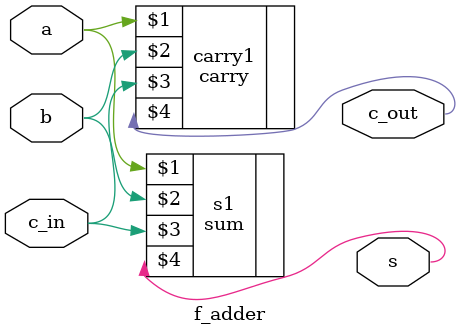
<source format=v>
`timescale 1ns / 1ps
module f_adder(
    input a,
    input b,
    input c_in,
    output s,	 
    output c_out
    );

sum s1(a, b, c_in, s);
carry carry1(a, b, c_in, c_out);
endmodule

</source>
